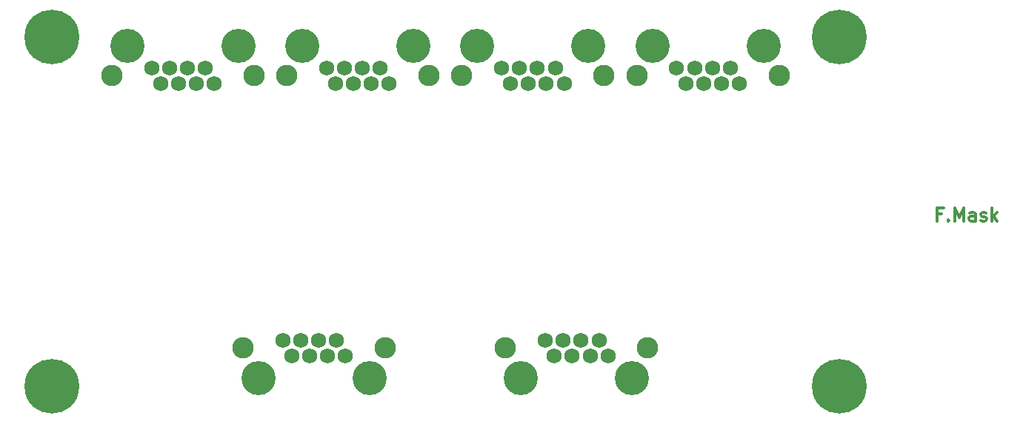
<source format=gts>
G04 (created by PCBNEW (2013-07-07 BZR 4022)-stable) date 9/18/2013 12:17:53*
%MOIN*%
G04 Gerber Fmt 3.4, Leading zero omitted, Abs format*
%FSLAX34Y34*%
G01*
G70*
G90*
G04 APERTURE LIST*
%ADD10C,0.00590551*%
%ADD11C,0.011811*%
%ADD12C,0.246063*%
%ADD13C,0.153543*%
%ADD14C,0.0689425*%
%ADD15C,0.0964567*%
G04 APERTURE END LIST*
G54D10*
G54D11*
X46735Y-14673D02*
X46538Y-14673D01*
X46538Y-14983D02*
X46538Y-14392D01*
X46819Y-14392D01*
X47044Y-14926D02*
X47072Y-14955D01*
X47044Y-14983D01*
X47016Y-14955D01*
X47044Y-14926D01*
X47044Y-14983D01*
X47325Y-14983D02*
X47325Y-14392D01*
X47522Y-14814D01*
X47719Y-14392D01*
X47719Y-14983D01*
X48253Y-14983D02*
X48253Y-14673D01*
X48225Y-14617D01*
X48169Y-14589D01*
X48056Y-14589D01*
X48000Y-14617D01*
X48253Y-14955D02*
X48197Y-14983D01*
X48056Y-14983D01*
X48000Y-14955D01*
X47972Y-14898D01*
X47972Y-14842D01*
X48000Y-14786D01*
X48056Y-14758D01*
X48197Y-14758D01*
X48253Y-14730D01*
X48506Y-14955D02*
X48562Y-14983D01*
X48675Y-14983D01*
X48731Y-14955D01*
X48759Y-14898D01*
X48759Y-14870D01*
X48731Y-14814D01*
X48675Y-14786D01*
X48591Y-14786D01*
X48534Y-14758D01*
X48506Y-14701D01*
X48506Y-14673D01*
X48534Y-14617D01*
X48591Y-14589D01*
X48675Y-14589D01*
X48731Y-14617D01*
X49012Y-14983D02*
X49012Y-14392D01*
X49069Y-14758D02*
X49237Y-14983D01*
X49237Y-14589D02*
X49012Y-14814D01*
G54D12*
X6692Y-6692D03*
X6692Y-22440D03*
X42125Y-22440D03*
X42125Y-6692D03*
G54D13*
X33720Y-7086D03*
X38720Y-7086D03*
G54D14*
X34814Y-8086D03*
X35216Y-8787D03*
X35618Y-8086D03*
X36019Y-8787D03*
X36421Y-8086D03*
X36822Y-8787D03*
X37224Y-8086D03*
X37625Y-8787D03*
G54D15*
X33019Y-8437D03*
X39421Y-8437D03*
G54D13*
X25846Y-7086D03*
X30846Y-7086D03*
G54D14*
X26940Y-8086D03*
X27342Y-8787D03*
X27744Y-8086D03*
X28145Y-8787D03*
X28547Y-8086D03*
X28948Y-8787D03*
X29350Y-8086D03*
X29751Y-8787D03*
G54D15*
X25145Y-8437D03*
X31547Y-8437D03*
G54D13*
X17972Y-7086D03*
X22972Y-7086D03*
G54D14*
X19066Y-8086D03*
X19468Y-8787D03*
X19870Y-8086D03*
X20271Y-8787D03*
X20673Y-8086D03*
X21074Y-8787D03*
X21476Y-8086D03*
X21877Y-8787D03*
G54D15*
X17271Y-8437D03*
X23673Y-8437D03*
G54D13*
X10098Y-7086D03*
X15098Y-7086D03*
G54D14*
X11192Y-8086D03*
X11594Y-8787D03*
X11996Y-8086D03*
X12397Y-8787D03*
X12799Y-8086D03*
X13200Y-8787D03*
X13602Y-8086D03*
X14003Y-8787D03*
G54D15*
X9397Y-8437D03*
X15799Y-8437D03*
G54D13*
X32814Y-22047D03*
X27814Y-22047D03*
G54D14*
X31720Y-21047D03*
X31318Y-20346D03*
X30917Y-21047D03*
X30515Y-20346D03*
X30114Y-21047D03*
X29712Y-20346D03*
X29311Y-21047D03*
X28909Y-20346D03*
G54D15*
X33515Y-20696D03*
X27114Y-20696D03*
G54D13*
X21003Y-22047D03*
X16003Y-22047D03*
G54D14*
X19909Y-21047D03*
X19507Y-20346D03*
X19106Y-21047D03*
X18704Y-20346D03*
X18303Y-21047D03*
X17901Y-20346D03*
X17500Y-21047D03*
X17098Y-20346D03*
G54D15*
X21704Y-20696D03*
X15303Y-20696D03*
M02*

</source>
